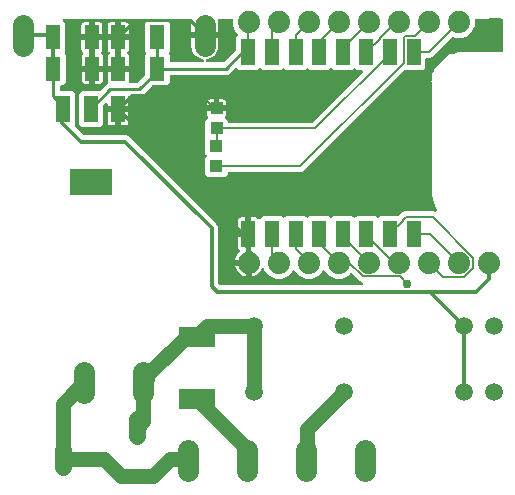
<source format=gbr>
G04 EAGLE Gerber RS-274X export*
G75*
%MOMM*%
%FSLAX34Y34*%
%LPD*%
%INTop Copper*%
%IPPOS*%
%AMOC8*
5,1,8,0,0,1.08239X$1,22.5*%
G01*
%ADD10C,1.508000*%
%ADD11R,1.270000X2.032000*%
%ADD12R,1.200000X2.286000*%
%ADD13C,1.879600*%
%ADD14R,1.219200X2.235200*%
%ADD15R,3.600000X2.200000*%
%ADD16C,1.790700*%
%ADD17C,1.800000*%
%ADD18R,3.150000X1.780000*%
%ADD19C,1.422400*%
%ADD20R,1.100000X1.000000*%
%ADD21C,0.152400*%
%ADD22C,0.304800*%
%ADD23C,0.254000*%
%ADD24C,0.756400*%
%ADD25C,1.270000*%

G36*
X316970Y227352D02*
X316970Y227352D01*
X317040Y227351D01*
X317128Y227372D01*
X317217Y227383D01*
X317282Y227409D01*
X317349Y227425D01*
X317429Y227467D01*
X317512Y227500D01*
X317569Y227541D01*
X317631Y227574D01*
X317697Y227635D01*
X317770Y227687D01*
X317814Y227741D01*
X317866Y227788D01*
X317915Y227863D01*
X317972Y227932D01*
X318002Y227995D01*
X318041Y228054D01*
X318070Y228139D01*
X318108Y228220D01*
X318121Y228288D01*
X318144Y228355D01*
X318151Y228444D01*
X318168Y228532D01*
X318163Y228602D01*
X318169Y228672D01*
X318154Y228760D01*
X318148Y228850D01*
X318127Y228916D01*
X318115Y228985D01*
X318078Y229067D01*
X318050Y229152D01*
X318013Y229211D01*
X317984Y229275D01*
X317928Y229345D01*
X317880Y229421D01*
X317829Y229469D01*
X317785Y229523D01*
X317714Y229577D01*
X317648Y229639D01*
X317587Y229673D01*
X317531Y229715D01*
X317387Y229785D01*
X315483Y230574D01*
X313947Y232110D01*
X309099Y236958D01*
X309005Y237031D01*
X308916Y237110D01*
X308880Y237128D01*
X308848Y237153D01*
X308739Y237200D01*
X308633Y237254D01*
X308593Y237263D01*
X308556Y237279D01*
X308438Y237298D01*
X308322Y237324D01*
X308282Y237323D01*
X308242Y237329D01*
X308123Y237318D01*
X308005Y237314D01*
X307966Y237303D01*
X307925Y237299D01*
X307813Y237259D01*
X307699Y237226D01*
X307664Y237205D01*
X307626Y237192D01*
X307527Y237125D01*
X307425Y237064D01*
X307380Y237025D01*
X307363Y237013D01*
X307350Y236998D01*
X307304Y236958D01*
X305283Y234937D01*
X300335Y232887D01*
X294979Y232887D01*
X290031Y234937D01*
X286244Y238724D01*
X286130Y239000D01*
X286061Y239120D01*
X285996Y239243D01*
X285982Y239258D01*
X285972Y239276D01*
X285876Y239375D01*
X285782Y239479D01*
X285765Y239490D01*
X285751Y239504D01*
X285633Y239577D01*
X285516Y239653D01*
X285497Y239660D01*
X285480Y239671D01*
X285347Y239711D01*
X285215Y239757D01*
X285195Y239758D01*
X285176Y239764D01*
X285037Y239771D01*
X284898Y239782D01*
X284878Y239778D01*
X284858Y239779D01*
X284722Y239751D01*
X284585Y239727D01*
X284567Y239719D01*
X284547Y239715D01*
X284422Y239654D01*
X284295Y239597D01*
X284279Y239584D01*
X284261Y239575D01*
X284155Y239485D01*
X284047Y239398D01*
X284034Y239382D01*
X284019Y239369D01*
X283939Y239255D01*
X283855Y239144D01*
X283843Y239119D01*
X283836Y239109D01*
X283829Y239090D01*
X283784Y239000D01*
X283670Y238724D01*
X279883Y234937D01*
X274935Y232887D01*
X269579Y232887D01*
X264631Y234937D01*
X260844Y238724D01*
X260730Y239000D01*
X260661Y239120D01*
X260596Y239243D01*
X260582Y239258D01*
X260572Y239276D01*
X260476Y239376D01*
X260382Y239479D01*
X260365Y239490D01*
X260351Y239504D01*
X260232Y239577D01*
X260116Y239653D01*
X260097Y239660D01*
X260080Y239671D01*
X259947Y239712D01*
X259815Y239757D01*
X259795Y239758D01*
X259776Y239764D01*
X259637Y239771D01*
X259498Y239782D01*
X259478Y239778D01*
X259458Y239779D01*
X259322Y239751D01*
X259185Y239727D01*
X259167Y239719D01*
X259147Y239715D01*
X259022Y239654D01*
X258895Y239597D01*
X258879Y239584D01*
X258861Y239575D01*
X258755Y239485D01*
X258647Y239398D01*
X258634Y239382D01*
X258619Y239369D01*
X258539Y239256D01*
X258455Y239144D01*
X258443Y239119D01*
X258436Y239109D01*
X258429Y239090D01*
X258384Y239000D01*
X258270Y238724D01*
X254483Y234937D01*
X249535Y232887D01*
X244179Y232887D01*
X239231Y234937D01*
X235444Y238724D01*
X234492Y241023D01*
X234447Y241101D01*
X234412Y241183D01*
X234369Y241238D01*
X234334Y241299D01*
X234272Y241363D01*
X234217Y241434D01*
X234162Y241477D01*
X234113Y241528D01*
X234036Y241574D01*
X233966Y241629D01*
X233901Y241657D01*
X233842Y241694D01*
X233756Y241720D01*
X233674Y241756D01*
X233605Y241767D01*
X233538Y241787D01*
X233448Y241792D01*
X233360Y241806D01*
X233290Y241799D01*
X233220Y241803D01*
X233132Y241784D01*
X233043Y241776D01*
X232977Y241752D01*
X232909Y241738D01*
X232828Y241699D01*
X232744Y241669D01*
X232686Y241629D01*
X232623Y241599D01*
X232555Y241540D01*
X232481Y241490D01*
X232434Y241438D01*
X232381Y241392D01*
X232329Y241319D01*
X232270Y241252D01*
X232206Y241144D01*
X232198Y241132D01*
X232195Y241126D01*
X232188Y241113D01*
X231668Y240093D01*
X230563Y238572D01*
X229235Y237244D01*
X227714Y236139D01*
X226040Y235286D01*
X224253Y234705D01*
X223996Y234665D01*
X223996Y245080D01*
X223981Y245198D01*
X223974Y245317D01*
X223962Y245355D01*
X223956Y245395D01*
X223913Y245506D01*
X223876Y245619D01*
X223854Y245653D01*
X223839Y245691D01*
X223770Y245787D01*
X223706Y245888D01*
X223676Y245916D01*
X223653Y245948D01*
X223561Y246024D01*
X223474Y246106D01*
X223439Y246125D01*
X223408Y246151D01*
X223300Y246202D01*
X223196Y246259D01*
X223156Y246269D01*
X223120Y246287D01*
X223003Y246309D01*
X222888Y246339D01*
X222828Y246343D01*
X222808Y246346D01*
X222787Y246345D01*
X222727Y246349D01*
X221456Y246349D01*
X221456Y246351D01*
X222727Y246351D01*
X222845Y246366D01*
X222964Y246373D01*
X223002Y246386D01*
X223043Y246391D01*
X223153Y246434D01*
X223266Y246471D01*
X223301Y246493D01*
X223338Y246508D01*
X223435Y246578D01*
X223535Y246641D01*
X223563Y246671D01*
X223596Y246695D01*
X223672Y246786D01*
X223753Y246873D01*
X223773Y246908D01*
X223798Y246939D01*
X223849Y247047D01*
X223907Y247151D01*
X223917Y247191D01*
X223934Y247227D01*
X223956Y247344D01*
X223986Y247459D01*
X223990Y247520D01*
X223994Y247540D01*
X223992Y247560D01*
X223993Y247567D01*
X223994Y247571D01*
X223993Y247575D01*
X223996Y247620D01*
X223996Y255505D01*
X223981Y255624D01*
X223974Y255742D01*
X223962Y255781D01*
X223956Y255821D01*
X223913Y255932D01*
X223876Y256045D01*
X223854Y256079D01*
X223839Y256117D01*
X223770Y256213D01*
X223706Y256314D01*
X223676Y256341D01*
X223653Y256374D01*
X223619Y256402D01*
X223619Y269475D01*
X223604Y269594D01*
X223597Y269712D01*
X223584Y269751D01*
X223579Y269791D01*
X223536Y269902D01*
X223499Y270015D01*
X223477Y270049D01*
X223462Y270087D01*
X223393Y270183D01*
X223329Y270283D01*
X223299Y270311D01*
X223276Y270344D01*
X223184Y270420D01*
X223097Y270501D01*
X223062Y270521D01*
X223031Y270547D01*
X222923Y270597D01*
X222819Y270655D01*
X222779Y270665D01*
X222743Y270682D01*
X222626Y270705D01*
X222511Y270734D01*
X222451Y270738D01*
X222431Y270742D01*
X222410Y270741D01*
X222350Y270745D01*
X221079Y270745D01*
X221079Y270746D01*
X222350Y270746D01*
X222468Y270761D01*
X222587Y270769D01*
X222625Y270781D01*
X222666Y270786D01*
X222776Y270830D01*
X222889Y270867D01*
X222924Y270888D01*
X222961Y270903D01*
X223057Y270973D01*
X223158Y271037D01*
X223186Y271066D01*
X223219Y271090D01*
X223295Y271182D01*
X223376Y271268D01*
X223396Y271304D01*
X223421Y271335D01*
X223472Y271443D01*
X223530Y271547D01*
X223540Y271586D01*
X223557Y271623D01*
X223579Y271739D01*
X223609Y271855D01*
X223613Y271915D01*
X223617Y271935D01*
X223615Y271955D01*
X223619Y272016D01*
X223619Y284716D01*
X227415Y284716D01*
X228061Y284543D01*
X228640Y284209D01*
X229105Y283744D01*
X229199Y283671D01*
X229288Y283592D01*
X229324Y283574D01*
X229356Y283549D01*
X229466Y283501D01*
X229572Y283447D01*
X229611Y283438D01*
X229648Y283422D01*
X229766Y283404D01*
X229882Y283378D01*
X229922Y283379D01*
X229962Y283373D01*
X230081Y283384D01*
X230200Y283387D01*
X230239Y283399D01*
X230279Y283402D01*
X230391Y283443D01*
X230505Y283476D01*
X230540Y283496D01*
X230578Y283510D01*
X230677Y283577D01*
X230779Y283637D01*
X230824Y283677D01*
X230841Y283689D01*
X230855Y283704D01*
X230900Y283744D01*
X233396Y286240D01*
X248764Y286240D01*
X250183Y284821D01*
X250265Y284758D01*
X250323Y284703D01*
X250337Y284695D01*
X250366Y284670D01*
X250402Y284651D01*
X250434Y284626D01*
X250543Y284579D01*
X250649Y284525D01*
X250689Y284516D01*
X250726Y284500D01*
X250844Y284481D01*
X250959Y284455D01*
X251000Y284457D01*
X251040Y284450D01*
X251158Y284461D01*
X251277Y284465D01*
X251316Y284476D01*
X251356Y284480D01*
X251469Y284520D01*
X251583Y284553D01*
X251618Y284574D01*
X251656Y284588D01*
X251694Y284614D01*
X251702Y284617D01*
X251744Y284648D01*
X251754Y284655D01*
X251857Y284715D01*
X251902Y284755D01*
X251919Y284766D01*
X251932Y284781D01*
X251950Y284797D01*
X251959Y284804D01*
X251963Y284808D01*
X251978Y284821D01*
X253396Y286240D01*
X268764Y286240D01*
X270183Y284821D01*
X270265Y284758D01*
X270323Y284703D01*
X270337Y284695D01*
X270366Y284670D01*
X270402Y284651D01*
X270434Y284626D01*
X270543Y284579D01*
X270649Y284525D01*
X270689Y284516D01*
X270726Y284500D01*
X270844Y284481D01*
X270959Y284455D01*
X271000Y284457D01*
X271040Y284450D01*
X271158Y284461D01*
X271277Y284465D01*
X271316Y284476D01*
X271356Y284480D01*
X271469Y284520D01*
X271583Y284553D01*
X271618Y284574D01*
X271656Y284588D01*
X271694Y284614D01*
X271702Y284617D01*
X271744Y284648D01*
X271754Y284655D01*
X271857Y284715D01*
X271902Y284755D01*
X271919Y284766D01*
X271932Y284781D01*
X271950Y284797D01*
X271959Y284804D01*
X271963Y284808D01*
X271978Y284821D01*
X273396Y286240D01*
X288764Y286240D01*
X290183Y284821D01*
X290265Y284758D01*
X290323Y284703D01*
X290337Y284695D01*
X290366Y284670D01*
X290402Y284651D01*
X290434Y284626D01*
X290543Y284579D01*
X290649Y284525D01*
X290689Y284516D01*
X290726Y284500D01*
X290844Y284481D01*
X290959Y284455D01*
X291000Y284457D01*
X291040Y284450D01*
X291158Y284461D01*
X291277Y284465D01*
X291316Y284476D01*
X291356Y284480D01*
X291469Y284520D01*
X291583Y284553D01*
X291618Y284574D01*
X291656Y284588D01*
X291694Y284614D01*
X291702Y284617D01*
X291744Y284648D01*
X291754Y284655D01*
X291857Y284715D01*
X291902Y284755D01*
X291919Y284766D01*
X291932Y284781D01*
X291950Y284797D01*
X291959Y284804D01*
X291963Y284808D01*
X291978Y284821D01*
X293396Y286240D01*
X308764Y286240D01*
X310183Y284821D01*
X310265Y284758D01*
X310323Y284703D01*
X310337Y284695D01*
X310366Y284670D01*
X310402Y284651D01*
X310434Y284626D01*
X310543Y284579D01*
X310649Y284525D01*
X310689Y284516D01*
X310726Y284500D01*
X310843Y284481D01*
X310959Y284455D01*
X311000Y284457D01*
X311040Y284450D01*
X311158Y284461D01*
X311277Y284465D01*
X311316Y284476D01*
X311356Y284480D01*
X311469Y284520D01*
X311583Y284553D01*
X311618Y284574D01*
X311656Y284588D01*
X311694Y284614D01*
X311702Y284617D01*
X311744Y284648D01*
X311754Y284654D01*
X311857Y284715D01*
X311902Y284755D01*
X311919Y284766D01*
X311932Y284781D01*
X311950Y284797D01*
X311959Y284804D01*
X311963Y284808D01*
X311978Y284821D01*
X313396Y286240D01*
X328764Y286240D01*
X330183Y284821D01*
X330265Y284758D01*
X330323Y284703D01*
X330337Y284695D01*
X330366Y284670D01*
X330402Y284651D01*
X330434Y284626D01*
X330543Y284579D01*
X330649Y284525D01*
X330689Y284516D01*
X330726Y284500D01*
X330844Y284481D01*
X330959Y284455D01*
X331000Y284457D01*
X331040Y284450D01*
X331158Y284461D01*
X331277Y284465D01*
X331316Y284476D01*
X331356Y284480D01*
X331469Y284520D01*
X331583Y284553D01*
X331618Y284574D01*
X331656Y284588D01*
X331694Y284614D01*
X331702Y284617D01*
X331744Y284648D01*
X331754Y284655D01*
X331857Y284715D01*
X331902Y284755D01*
X331919Y284766D01*
X331932Y284781D01*
X331950Y284797D01*
X331959Y284804D01*
X331963Y284808D01*
X331978Y284821D01*
X333396Y286240D01*
X348230Y286240D01*
X348329Y286253D01*
X348428Y286256D01*
X348486Y286272D01*
X348546Y286280D01*
X348638Y286316D01*
X348733Y286344D01*
X348785Y286375D01*
X348842Y286397D01*
X348922Y286455D01*
X349007Y286506D01*
X349082Y286572D01*
X349099Y286584D01*
X349107Y286593D01*
X349128Y286612D01*
X351596Y289080D01*
X353370Y289815D01*
X378150Y289815D01*
X379031Y289450D01*
X379092Y289433D01*
X379149Y289408D01*
X379245Y289391D01*
X379338Y289366D01*
X379401Y289365D01*
X379463Y289354D01*
X379559Y289362D01*
X379655Y289361D01*
X379717Y289376D01*
X379780Y289381D01*
X379871Y289413D01*
X379965Y289435D01*
X380020Y289465D01*
X380080Y289485D01*
X380161Y289539D01*
X380246Y289584D01*
X380292Y289626D01*
X380345Y289661D01*
X380410Y289733D01*
X380481Y289798D01*
X380516Y289850D01*
X380558Y289897D01*
X380603Y289983D01*
X380656Y290063D01*
X380676Y290123D01*
X380706Y290179D01*
X380728Y290273D01*
X380759Y290364D01*
X380764Y290427D01*
X380779Y290489D01*
X380777Y290585D01*
X380784Y290681D01*
X380774Y290744D01*
X380772Y290807D01*
X380747Y290899D01*
X380730Y290995D01*
X380704Y291052D01*
X380687Y291113D01*
X380616Y291257D01*
X378976Y294098D01*
X376493Y303364D01*
X376493Y308145D01*
X376492Y308146D01*
X376493Y308148D01*
X376241Y399012D01*
X376228Y399114D01*
X376224Y399216D01*
X376203Y399306D01*
X376200Y399327D01*
X376195Y399340D01*
X376187Y399373D01*
X376078Y399737D01*
X376228Y401212D01*
X376227Y401230D01*
X376234Y401344D01*
X376230Y402826D01*
X376374Y403177D01*
X376401Y403276D01*
X376437Y403373D01*
X376452Y403463D01*
X376458Y403484D01*
X376458Y403498D01*
X376463Y403531D01*
X376641Y405280D01*
X377808Y407448D01*
X377834Y407517D01*
X377870Y407582D01*
X377891Y407665D01*
X377922Y407745D01*
X377931Y407818D01*
X377949Y407889D01*
X377960Y408050D01*
X377960Y410321D01*
X391013Y423375D01*
X396086Y423375D01*
X396184Y423387D01*
X396283Y423390D01*
X396342Y423407D01*
X396402Y423415D01*
X396494Y423451D01*
X396589Y423479D01*
X396641Y423509D01*
X396697Y423532D01*
X396778Y423590D01*
X396863Y423640D01*
X396938Y423707D01*
X396955Y423719D01*
X396963Y423728D01*
X396984Y423747D01*
X397634Y424397D01*
X435204Y424397D01*
X435322Y424412D01*
X435441Y424419D01*
X435479Y424432D01*
X435519Y424437D01*
X435630Y424481D01*
X435743Y424517D01*
X435777Y424539D01*
X435815Y424554D01*
X435911Y424624D01*
X436012Y424687D01*
X436040Y424717D01*
X436072Y424741D01*
X436148Y424832D01*
X436230Y424919D01*
X436249Y424954D01*
X436275Y424986D01*
X436326Y425093D01*
X436383Y425198D01*
X436394Y425237D01*
X436411Y425273D01*
X436433Y425390D01*
X436463Y425505D01*
X436467Y425566D01*
X436471Y425586D01*
X436469Y425606D01*
X436473Y425666D01*
X436473Y451830D01*
X436458Y451948D01*
X436451Y452068D01*
X436438Y452106D01*
X436433Y452145D01*
X436389Y452256D01*
X436352Y452370D01*
X436331Y452404D01*
X436316Y452441D01*
X436246Y452538D01*
X436182Y452639D01*
X436153Y452666D01*
X436129Y452698D01*
X436037Y452775D01*
X435950Y452857D01*
X435915Y452876D01*
X435884Y452901D01*
X435776Y452952D01*
X435671Y453010D01*
X435633Y453020D01*
X435597Y453037D01*
X435479Y453059D01*
X435363Y453089D01*
X435304Y453093D01*
X435284Y453096D01*
X435264Y453095D01*
X435203Y453099D01*
X413988Y453080D01*
X413870Y453065D01*
X413752Y453058D01*
X413713Y453045D01*
X413672Y453040D01*
X413562Y452996D01*
X413450Y452960D01*
X413415Y452938D01*
X413377Y452923D01*
X413281Y452853D01*
X413181Y452789D01*
X413153Y452760D01*
X413120Y452735D01*
X413044Y452644D01*
X412963Y452558D01*
X412943Y452522D01*
X412917Y452490D01*
X412867Y452383D01*
X412810Y452279D01*
X412799Y452240D01*
X412782Y452202D01*
X412760Y452086D01*
X412730Y451971D01*
X412726Y451910D01*
X412722Y451890D01*
X412724Y451870D01*
X412720Y451811D01*
X412720Y447033D01*
X410670Y442085D01*
X406883Y438298D01*
X401935Y436248D01*
X396579Y436248D01*
X394563Y437083D01*
X394535Y437091D01*
X394509Y437105D01*
X394382Y437133D01*
X394257Y437167D01*
X394227Y437168D01*
X394198Y437174D01*
X394069Y437170D01*
X393939Y437172D01*
X393910Y437166D01*
X393880Y437165D01*
X393756Y437129D01*
X393629Y437098D01*
X393603Y437084D01*
X393575Y437076D01*
X393463Y437010D01*
X393348Y436950D01*
X393326Y436930D01*
X393301Y436915D01*
X393180Y436808D01*
X376865Y420494D01*
X375092Y419759D01*
X372414Y419759D01*
X372296Y419744D01*
X372177Y419736D01*
X372139Y419724D01*
X372099Y419719D01*
X371988Y419675D01*
X371875Y419638D01*
X371840Y419617D01*
X371803Y419602D01*
X371707Y419532D01*
X371606Y419468D01*
X371578Y419439D01*
X371546Y419415D01*
X371470Y419323D01*
X371388Y419237D01*
X371369Y419201D01*
X371343Y419170D01*
X371292Y419062D01*
X371235Y418958D01*
X371224Y418919D01*
X371207Y418882D01*
X371185Y418766D01*
X371155Y418650D01*
X371151Y418590D01*
X371147Y418570D01*
X371149Y418550D01*
X371145Y418489D01*
X371145Y411472D01*
X368764Y409091D01*
X353600Y409091D01*
X353502Y409078D01*
X353403Y409075D01*
X353345Y409058D01*
X353284Y409051D01*
X353192Y409014D01*
X353097Y408987D01*
X353045Y408956D01*
X352989Y408934D01*
X352909Y408876D01*
X352823Y408825D01*
X352748Y408759D01*
X352731Y408747D01*
X352724Y408738D01*
X352702Y408719D01*
X269517Y325534D01*
X267981Y323998D01*
X266207Y323263D01*
X204965Y323263D01*
X204847Y323248D01*
X204728Y323240D01*
X204690Y323228D01*
X204650Y323223D01*
X204539Y323179D01*
X204426Y323142D01*
X204392Y323121D01*
X204354Y323106D01*
X204258Y323036D01*
X204157Y322972D01*
X204130Y322943D01*
X204097Y322919D01*
X204021Y322827D01*
X203939Y322741D01*
X203920Y322705D01*
X203894Y322674D01*
X203843Y322566D01*
X203786Y322462D01*
X203776Y322423D01*
X203758Y322386D01*
X203736Y322270D01*
X203706Y322154D01*
X203703Y322094D01*
X203699Y322074D01*
X203700Y322054D01*
X203696Y321994D01*
X203696Y321406D01*
X201315Y319025D01*
X186948Y319025D01*
X184567Y321406D01*
X184567Y334773D01*
X185486Y335692D01*
X185559Y335786D01*
X185637Y335875D01*
X185656Y335911D01*
X185680Y335943D01*
X185728Y336053D01*
X185782Y336159D01*
X185791Y336198D01*
X185807Y336235D01*
X185825Y336353D01*
X185852Y336469D01*
X185850Y336509D01*
X185857Y336549D01*
X185845Y336668D01*
X185842Y336787D01*
X185831Y336826D01*
X185827Y336866D01*
X185787Y336978D01*
X185753Y337092D01*
X185733Y337127D01*
X185719Y337165D01*
X185652Y337264D01*
X185592Y337366D01*
X185552Y337411D01*
X185541Y337428D01*
X185525Y337442D01*
X185486Y337487D01*
X184567Y338406D01*
X184567Y351797D01*
X184629Y351867D01*
X184647Y351903D01*
X184672Y351934D01*
X184719Y352044D01*
X184773Y352150D01*
X184782Y352189D01*
X184798Y352226D01*
X184817Y352344D01*
X184843Y352460D01*
X184842Y352501D01*
X184848Y352540D01*
X184837Y352659D01*
X184833Y352778D01*
X184822Y352817D01*
X184818Y352857D01*
X184778Y352969D01*
X184745Y353083D01*
X184724Y353118D01*
X184711Y353156D01*
X184647Y353250D01*
X184647Y366675D01*
X186644Y368672D01*
X186717Y368766D01*
X186796Y368855D01*
X186814Y368891D01*
X186839Y368923D01*
X186886Y369032D01*
X186940Y369138D01*
X186949Y369178D01*
X186965Y369215D01*
X186984Y369333D01*
X187010Y369449D01*
X187008Y369489D01*
X187015Y369529D01*
X187004Y369648D01*
X187000Y369767D01*
X186989Y369805D01*
X186985Y369846D01*
X186945Y369958D01*
X186911Y370072D01*
X186891Y370107D01*
X186877Y370145D01*
X186810Y370243D01*
X186750Y370346D01*
X186710Y370391D01*
X186699Y370408D01*
X186686Y370419D01*
X186344Y371011D01*
X186171Y371657D01*
X186171Y374492D01*
X192982Y374492D01*
X193100Y374507D01*
X193219Y374515D01*
X193257Y374527D01*
X193297Y374532D01*
X193408Y374576D01*
X193521Y374613D01*
X193555Y374634D01*
X193593Y374649D01*
X193689Y374719D01*
X193790Y374783D01*
X193818Y374812D01*
X193850Y374836D01*
X193926Y374928D01*
X194008Y375014D01*
X194027Y375050D01*
X194053Y375081D01*
X194104Y375189D01*
X194161Y375293D01*
X194171Y375332D01*
X194189Y375369D01*
X194209Y375475D01*
X194213Y375446D01*
X194257Y375335D01*
X194293Y375222D01*
X194315Y375188D01*
X194330Y375150D01*
X194400Y375054D01*
X194463Y374953D01*
X194493Y374926D01*
X194517Y374893D01*
X194608Y374817D01*
X194695Y374735D01*
X194730Y374716D01*
X194762Y374690D01*
X194869Y374639D01*
X194973Y374582D01*
X195013Y374572D01*
X195049Y374555D01*
X195166Y374532D01*
X195281Y374502D01*
X195342Y374499D01*
X195362Y374495D01*
X195382Y374496D01*
X195442Y374492D01*
X202253Y374492D01*
X202253Y371657D01*
X202079Y371011D01*
X201722Y370392D01*
X201707Y370373D01*
X201628Y370283D01*
X201610Y370248D01*
X201585Y370216D01*
X201538Y370106D01*
X201484Y370000D01*
X201475Y369961D01*
X201459Y369924D01*
X201440Y369806D01*
X201414Y369690D01*
X201415Y369650D01*
X201409Y369610D01*
X201420Y369491D01*
X201424Y369372D01*
X201435Y369333D01*
X201439Y369293D01*
X201479Y369181D01*
X201512Y369066D01*
X201533Y369032D01*
X201546Y368994D01*
X201613Y368895D01*
X201674Y368793D01*
X201713Y368748D01*
X201725Y368731D01*
X201740Y368717D01*
X201780Y368672D01*
X203777Y366675D01*
X203777Y366088D01*
X203792Y365969D01*
X203799Y365851D01*
X203811Y365812D01*
X203816Y365772D01*
X203860Y365661D01*
X203897Y365548D01*
X203919Y365514D01*
X203933Y365476D01*
X204003Y365380D01*
X204067Y365279D01*
X204097Y365252D01*
X204120Y365219D01*
X204212Y365143D01*
X204299Y365061D01*
X204334Y365042D01*
X204365Y365016D01*
X204473Y364965D01*
X204577Y364908D01*
X204616Y364898D01*
X204653Y364881D01*
X204770Y364858D01*
X204885Y364829D01*
X204945Y364825D01*
X204965Y364821D01*
X204986Y364822D01*
X205046Y364818D01*
X275279Y364818D01*
X275377Y364831D01*
X275476Y364834D01*
X275535Y364851D01*
X275595Y364858D01*
X275687Y364895D01*
X275782Y364922D01*
X275834Y364953D01*
X275890Y364975D01*
X275970Y365033D01*
X276056Y365084D01*
X276131Y365150D01*
X276148Y365162D01*
X276156Y365171D01*
X276177Y365190D01*
X317911Y406924D01*
X317996Y407034D01*
X318085Y407141D01*
X318093Y407159D01*
X318106Y407175D01*
X318161Y407303D01*
X318220Y407429D01*
X318224Y407448D01*
X318232Y407467D01*
X318254Y407605D01*
X318280Y407741D01*
X318279Y407761D01*
X318282Y407781D01*
X318269Y407920D01*
X318260Y408058D01*
X318254Y408078D01*
X318252Y408098D01*
X318205Y408229D01*
X318162Y408361D01*
X318151Y408378D01*
X318144Y408397D01*
X318066Y408512D01*
X317992Y408630D01*
X317977Y408643D01*
X317966Y408660D01*
X317862Y408752D01*
X317760Y408848D01*
X317743Y408857D01*
X317727Y408871D01*
X317604Y408934D01*
X317482Y409001D01*
X317462Y409006D01*
X317444Y409015D01*
X317308Y409046D01*
X317174Y409080D01*
X317146Y409082D01*
X317134Y409085D01*
X317113Y409084D01*
X317013Y409091D01*
X313396Y409091D01*
X311978Y410510D01*
X311883Y410583D01*
X311794Y410661D01*
X311758Y410680D01*
X311726Y410704D01*
X311617Y410752D01*
X311511Y410806D01*
X311472Y410815D01*
X311434Y410831D01*
X311317Y410850D01*
X311201Y410876D01*
X311160Y410874D01*
X311120Y410881D01*
X311002Y410870D01*
X310883Y410866D01*
X310844Y410855D01*
X310804Y410851D01*
X310692Y410811D01*
X310577Y410777D01*
X310543Y410757D01*
X310504Y410743D01*
X310406Y410676D01*
X310303Y410616D01*
X310258Y410576D01*
X310241Y410565D01*
X310228Y410549D01*
X310183Y410510D01*
X308764Y409091D01*
X293396Y409091D01*
X291978Y410510D01*
X291883Y410583D01*
X291794Y410661D01*
X291758Y410680D01*
X291726Y410704D01*
X291617Y410752D01*
X291511Y410806D01*
X291472Y410815D01*
X291434Y410831D01*
X291317Y410850D01*
X291201Y410876D01*
X291160Y410874D01*
X291120Y410881D01*
X291002Y410870D01*
X290883Y410866D01*
X290844Y410855D01*
X290804Y410851D01*
X290692Y410811D01*
X290577Y410777D01*
X290543Y410757D01*
X290504Y410743D01*
X290406Y410676D01*
X290303Y410616D01*
X290258Y410576D01*
X290241Y410565D01*
X290228Y410549D01*
X290183Y410510D01*
X288764Y409091D01*
X273396Y409091D01*
X271978Y410510D01*
X271883Y410583D01*
X271794Y410661D01*
X271758Y410680D01*
X271726Y410704D01*
X271617Y410752D01*
X271511Y410806D01*
X271472Y410815D01*
X271434Y410831D01*
X271317Y410850D01*
X271201Y410876D01*
X271160Y410874D01*
X271120Y410881D01*
X271002Y410870D01*
X270883Y410866D01*
X270844Y410855D01*
X270804Y410851D01*
X270692Y410811D01*
X270577Y410777D01*
X270543Y410757D01*
X270504Y410743D01*
X270406Y410676D01*
X270303Y410616D01*
X270258Y410576D01*
X270241Y410565D01*
X270228Y410549D01*
X270183Y410510D01*
X268764Y409091D01*
X253396Y409091D01*
X251978Y410510D01*
X251883Y410583D01*
X251794Y410661D01*
X251758Y410680D01*
X251726Y410704D01*
X251617Y410752D01*
X251511Y410806D01*
X251472Y410815D01*
X251434Y410831D01*
X251317Y410850D01*
X251201Y410876D01*
X251160Y410874D01*
X251120Y410881D01*
X251002Y410870D01*
X250883Y410866D01*
X250844Y410855D01*
X250804Y410851D01*
X250692Y410811D01*
X250577Y410777D01*
X250543Y410757D01*
X250504Y410743D01*
X250406Y410676D01*
X250303Y410616D01*
X250258Y410576D01*
X250241Y410565D01*
X250228Y410549D01*
X250183Y410510D01*
X248764Y409091D01*
X233396Y409091D01*
X231978Y410510D01*
X231883Y410583D01*
X231794Y410661D01*
X231758Y410680D01*
X231726Y410704D01*
X231617Y410752D01*
X231511Y410806D01*
X231472Y410815D01*
X231434Y410831D01*
X231317Y410850D01*
X231201Y410876D01*
X231160Y410874D01*
X231120Y410881D01*
X231002Y410870D01*
X230883Y410866D01*
X230844Y410855D01*
X230804Y410851D01*
X230692Y410811D01*
X230577Y410777D01*
X230543Y410757D01*
X230504Y410743D01*
X230406Y410676D01*
X230303Y410616D01*
X230258Y410576D01*
X230241Y410565D01*
X230228Y410549D01*
X230183Y410510D01*
X228764Y409091D01*
X213396Y409091D01*
X211685Y410803D01*
X211591Y410876D01*
X211501Y410954D01*
X211465Y410973D01*
X211433Y410998D01*
X211324Y411045D01*
X211218Y411099D01*
X211179Y411108D01*
X211141Y411124D01*
X211024Y411143D01*
X210908Y411169D01*
X210867Y411167D01*
X210827Y411174D01*
X210709Y411163D01*
X210590Y411159D01*
X210551Y411148D01*
X210511Y411144D01*
X210399Y411104D01*
X210284Y411071D01*
X210250Y411050D01*
X210211Y411036D01*
X210113Y410969D01*
X210010Y410909D01*
X209965Y410869D01*
X209948Y410858D01*
X209935Y410842D01*
X209890Y410803D01*
X205306Y406219D01*
X203346Y405407D01*
X155822Y405407D01*
X155704Y405392D01*
X155585Y405385D01*
X155546Y405372D01*
X155506Y405367D01*
X155395Y405324D01*
X155282Y405287D01*
X155248Y405265D01*
X155211Y405250D01*
X155114Y405180D01*
X155014Y405117D01*
X154986Y405087D01*
X154953Y405063D01*
X154877Y404972D01*
X154796Y404885D01*
X154776Y404850D01*
X154750Y404819D01*
X154700Y404711D01*
X154642Y404607D01*
X154632Y404567D01*
X154615Y404531D01*
X154593Y404414D01*
X154563Y404299D01*
X154559Y404238D01*
X154555Y404218D01*
X154556Y404198D01*
X154553Y404138D01*
X154553Y398898D01*
X152171Y396517D01*
X140113Y396517D01*
X140014Y396505D01*
X139915Y396502D01*
X139857Y396485D01*
X139797Y396477D01*
X139705Y396441D01*
X139610Y396413D01*
X139558Y396383D01*
X139501Y396360D01*
X139421Y396302D01*
X139336Y396252D01*
X139261Y396185D01*
X139244Y396173D01*
X139236Y396164D01*
X139215Y396145D01*
X131726Y388657D01*
X129766Y387845D01*
X120696Y387845D01*
X120578Y387830D01*
X120460Y387822D01*
X120421Y387810D01*
X120381Y387805D01*
X120270Y387761D01*
X120157Y387724D01*
X120123Y387703D01*
X120085Y387688D01*
X119989Y387618D01*
X119888Y387554D01*
X119861Y387525D01*
X119828Y387501D01*
X119752Y387409D01*
X119670Y387322D01*
X119651Y387287D01*
X119625Y387256D01*
X119574Y387148D01*
X119517Y387044D01*
X119507Y387005D01*
X119490Y386968D01*
X119467Y386851D01*
X119437Y386736D01*
X119434Y386676D01*
X119430Y386656D01*
X119431Y386635D01*
X119427Y386575D01*
X119427Y379028D01*
X112061Y379028D01*
X111942Y379013D01*
X111824Y379006D01*
X111785Y378993D01*
X111745Y378988D01*
X111634Y378944D01*
X111521Y378908D01*
X111487Y378886D01*
X111449Y378871D01*
X111353Y378801D01*
X111252Y378737D01*
X111225Y378708D01*
X111192Y378684D01*
X111116Y378592D01*
X111035Y378506D01*
X111015Y378470D01*
X110989Y378439D01*
X110939Y378332D01*
X110881Y378227D01*
X110871Y378188D01*
X110854Y378151D01*
X110831Y378035D01*
X110802Y377919D01*
X110798Y377859D01*
X110794Y377839D01*
X110795Y377819D01*
X110791Y377759D01*
X110791Y376488D01*
X110790Y376488D01*
X110790Y377759D01*
X110775Y377877D01*
X110767Y377996D01*
X110755Y378034D01*
X110750Y378074D01*
X110706Y378185D01*
X110669Y378298D01*
X110648Y378332D01*
X110633Y378370D01*
X110563Y378466D01*
X110499Y378567D01*
X110470Y378594D01*
X110446Y378627D01*
X110354Y378703D01*
X110268Y378785D01*
X110232Y378804D01*
X110201Y378830D01*
X110093Y378881D01*
X109989Y378938D01*
X109950Y378948D01*
X109913Y378966D01*
X109796Y378988D01*
X109681Y379018D01*
X109621Y379021D01*
X109601Y379025D01*
X109581Y379024D01*
X109520Y379028D01*
X102154Y379028D01*
X102154Y380357D01*
X102136Y380495D01*
X102123Y380634D01*
X102116Y380653D01*
X102114Y380673D01*
X102063Y380802D01*
X102016Y380933D01*
X102004Y380950D01*
X101997Y380969D01*
X101915Y381081D01*
X101837Y381196D01*
X101822Y381209D01*
X101810Y381226D01*
X101703Y381315D01*
X101599Y381407D01*
X101581Y381416D01*
X101565Y381429D01*
X101439Y381488D01*
X101315Y381551D01*
X101296Y381556D01*
X101277Y381564D01*
X101141Y381590D01*
X101005Y381621D01*
X100985Y381620D01*
X100965Y381624D01*
X100827Y381615D01*
X100687Y381611D01*
X100668Y381605D01*
X100648Y381604D01*
X100515Y381561D01*
X100382Y381523D01*
X100364Y381512D01*
X100345Y381506D01*
X100228Y381432D01*
X100108Y381361D01*
X100087Y381343D01*
X100076Y381336D01*
X100063Y381321D01*
X99987Y381255D01*
X98209Y379477D01*
X98148Y379398D01*
X98080Y379326D01*
X98051Y379273D01*
X98014Y379225D01*
X97975Y379135D01*
X97927Y379048D01*
X97912Y378989D01*
X97888Y378934D01*
X97872Y378836D01*
X97847Y378740D01*
X97841Y378640D01*
X97838Y378620D01*
X97839Y378607D01*
X97837Y378579D01*
X97837Y363629D01*
X95456Y361248D01*
X79897Y361248D01*
X77516Y363629D01*
X77516Y389348D01*
X79897Y391729D01*
X94847Y391729D01*
X94945Y391742D01*
X95044Y391745D01*
X95102Y391762D01*
X95163Y391769D01*
X95255Y391806D01*
X95350Y391833D01*
X95402Y391864D01*
X95458Y391886D01*
X95538Y391944D01*
X95624Y391995D01*
X95699Y392061D01*
X95716Y392073D01*
X95723Y392083D01*
X95745Y392101D01*
X101345Y397702D01*
X101744Y397867D01*
X101782Y397889D01*
X101823Y397903D01*
X101920Y397967D01*
X102021Y398025D01*
X102052Y398055D01*
X102088Y398079D01*
X102166Y398165D01*
X102249Y398246D01*
X102272Y398283D01*
X102301Y398315D01*
X102355Y398418D01*
X102415Y398517D01*
X102428Y398558D01*
X102448Y398597D01*
X102475Y398710D01*
X102509Y398821D01*
X102511Y398864D01*
X102521Y398906D01*
X102519Y399023D01*
X102524Y399139D01*
X102515Y399181D01*
X102515Y399224D01*
X102483Y399336D01*
X102460Y399450D01*
X102441Y399489D01*
X102429Y399530D01*
X102407Y399575D01*
X102227Y400247D01*
X102227Y408203D01*
X109848Y408203D01*
X109966Y408218D01*
X110085Y408225D01*
X110123Y408238D01*
X110163Y408243D01*
X110274Y408286D01*
X110387Y408323D01*
X110421Y408345D01*
X110459Y408360D01*
X110555Y408429D01*
X110656Y408493D01*
X110684Y408523D01*
X110716Y408546D01*
X110792Y408638D01*
X110874Y408725D01*
X110893Y408760D01*
X110919Y408791D01*
X110970Y408899D01*
X111027Y409003D01*
X111037Y409043D01*
X111055Y409079D01*
X111077Y409196D01*
X111107Y409311D01*
X111111Y409371D01*
X111114Y409391D01*
X111113Y409412D01*
X111117Y409472D01*
X111117Y410743D01*
X111119Y410743D01*
X111119Y409472D01*
X111134Y409354D01*
X111141Y409235D01*
X111153Y409197D01*
X111158Y409156D01*
X111202Y409046D01*
X111239Y408933D01*
X111261Y408898D01*
X111276Y408861D01*
X111345Y408765D01*
X111409Y408664D01*
X111439Y408636D01*
X111462Y408603D01*
X111554Y408527D01*
X111641Y408446D01*
X111676Y408426D01*
X111707Y408401D01*
X111815Y408350D01*
X111919Y408292D01*
X111958Y408282D01*
X111995Y408265D01*
X112112Y408243D01*
X112227Y408213D01*
X112287Y408209D01*
X112307Y408205D01*
X112328Y408207D01*
X112388Y408203D01*
X120009Y408203D01*
X120009Y400247D01*
X119972Y400112D01*
X119955Y399987D01*
X119931Y399864D01*
X119934Y399830D01*
X119929Y399797D01*
X119943Y399672D01*
X119951Y399546D01*
X119962Y399514D01*
X119965Y399481D01*
X120011Y399363D01*
X120049Y399244D01*
X120067Y399215D01*
X120079Y399184D01*
X120152Y399081D01*
X120219Y398975D01*
X120244Y398952D01*
X120263Y398925D01*
X120359Y398843D01*
X120451Y398757D01*
X120480Y398741D01*
X120506Y398719D01*
X120619Y398664D01*
X120730Y398604D01*
X120762Y398595D01*
X120792Y398581D01*
X120916Y398556D01*
X121037Y398524D01*
X121086Y398521D01*
X121104Y398518D01*
X121126Y398519D01*
X121198Y398514D01*
X125969Y398514D01*
X126067Y398526D01*
X126166Y398529D01*
X126225Y398546D01*
X126285Y398554D01*
X126377Y398590D01*
X126472Y398618D01*
X126524Y398649D01*
X126580Y398671D01*
X126660Y398729D01*
X126746Y398779D01*
X126821Y398846D01*
X126838Y398858D01*
X126845Y398867D01*
X126867Y398886D01*
X133351Y405370D01*
X133412Y405449D01*
X133480Y405521D01*
X133509Y405574D01*
X133546Y405622D01*
X133586Y405713D01*
X133633Y405799D01*
X133648Y405858D01*
X133673Y405914D01*
X133688Y406012D01*
X133713Y406107D01*
X133719Y406207D01*
X133722Y406228D01*
X133721Y406240D01*
X133723Y406268D01*
X133723Y422586D01*
X134191Y423054D01*
X134264Y423148D01*
X134343Y423237D01*
X134361Y423273D01*
X134386Y423305D01*
X134433Y423414D01*
X134488Y423520D01*
X134496Y423560D01*
X134512Y423597D01*
X134531Y423715D01*
X134557Y423831D01*
X134556Y423871D01*
X134562Y423911D01*
X134551Y424030D01*
X134548Y424148D01*
X134536Y424187D01*
X134532Y424228D01*
X134492Y424340D01*
X134459Y424454D01*
X134439Y424489D01*
X134425Y424527D01*
X134358Y424625D01*
X134298Y424728D01*
X134258Y424773D01*
X134246Y424790D01*
X134231Y424803D01*
X134191Y424849D01*
X133723Y425317D01*
X133723Y449004D01*
X135381Y450662D01*
X135466Y450772D01*
X135555Y450880D01*
X135563Y450897D01*
X135575Y450913D01*
X135631Y451041D01*
X135690Y451167D01*
X135694Y451187D01*
X135702Y451205D01*
X135724Y451343D01*
X135750Y451480D01*
X135749Y451499D01*
X135752Y451519D01*
X135739Y451658D01*
X135730Y451797D01*
X135724Y451816D01*
X135722Y451835D01*
X135675Y451967D01*
X135631Y452100D01*
X135621Y452116D01*
X135614Y452135D01*
X135536Y452250D01*
X135461Y452368D01*
X135447Y452382D01*
X135436Y452398D01*
X135331Y452490D01*
X135229Y452586D01*
X135212Y452595D01*
X135197Y452608D01*
X135073Y452672D01*
X134951Y452739D01*
X134932Y452744D01*
X134914Y452753D01*
X134778Y452784D01*
X134643Y452818D01*
X134615Y452820D01*
X134604Y452823D01*
X134584Y452822D01*
X134482Y452828D01*
X65418Y452766D01*
X65281Y452749D01*
X65142Y452736D01*
X65123Y452729D01*
X65102Y452726D01*
X64974Y452675D01*
X64843Y452628D01*
X64826Y452617D01*
X64807Y452609D01*
X64694Y452527D01*
X64580Y452450D01*
X64566Y452434D01*
X64549Y452422D01*
X64461Y452315D01*
X64370Y452211D01*
X64360Y452193D01*
X64347Y452177D01*
X64288Y452051D01*
X64225Y451928D01*
X64220Y451908D01*
X64212Y451889D01*
X64185Y451752D01*
X64155Y451618D01*
X64156Y451597D01*
X64152Y451576D01*
X64161Y451438D01*
X64165Y451300D01*
X64171Y451280D01*
X64172Y451259D01*
X64215Y451127D01*
X64253Y450994D01*
X64264Y450976D01*
X64270Y450957D01*
X64345Y450839D01*
X64415Y450720D01*
X64434Y450699D01*
X64441Y450688D01*
X64456Y450674D01*
X64521Y450599D01*
X66117Y449004D01*
X66117Y425317D01*
X65864Y425064D01*
X65791Y424970D01*
X65712Y424881D01*
X65694Y424845D01*
X65669Y424813D01*
X65621Y424703D01*
X65567Y424597D01*
X65558Y424558D01*
X65542Y424521D01*
X65524Y424403D01*
X65498Y424287D01*
X65499Y424247D01*
X65493Y424207D01*
X65504Y424088D01*
X65507Y423969D01*
X65519Y423930D01*
X65522Y423890D01*
X65563Y423778D01*
X65596Y423664D01*
X65616Y423629D01*
X65630Y423591D01*
X65697Y423492D01*
X65757Y423390D01*
X65797Y423344D01*
X65809Y423328D01*
X65824Y423314D01*
X65864Y423269D01*
X66547Y422586D01*
X66547Y398898D01*
X64166Y396517D01*
X62736Y396517D01*
X62618Y396502D01*
X62499Y396495D01*
X62461Y396482D01*
X62421Y396477D01*
X62310Y396434D01*
X62197Y396397D01*
X62163Y396375D01*
X62125Y396360D01*
X62029Y396290D01*
X61928Y396227D01*
X61900Y396197D01*
X61868Y396173D01*
X61792Y396082D01*
X61710Y395995D01*
X61691Y395960D01*
X61665Y395929D01*
X61614Y395821D01*
X61557Y395717D01*
X61546Y395677D01*
X61529Y395641D01*
X61507Y395524D01*
X61477Y395409D01*
X61473Y395348D01*
X61469Y395328D01*
X61471Y395308D01*
X61467Y395248D01*
X61467Y392999D01*
X61482Y392880D01*
X61489Y392762D01*
X61502Y392723D01*
X61507Y392683D01*
X61551Y392572D01*
X61587Y392459D01*
X61609Y392425D01*
X61624Y392387D01*
X61694Y392291D01*
X61757Y392191D01*
X61787Y392163D01*
X61811Y392130D01*
X61902Y392054D01*
X61989Y391973D01*
X62024Y391953D01*
X62056Y391927D01*
X62163Y391877D01*
X62268Y391819D01*
X62307Y391809D01*
X62343Y391792D01*
X62460Y391769D01*
X62575Y391740D01*
X62636Y391736D01*
X62656Y391732D01*
X62676Y391733D01*
X62736Y391729D01*
X72342Y391729D01*
X74723Y389348D01*
X74723Y363629D01*
X74391Y363297D01*
X74318Y363203D01*
X74240Y363114D01*
X74221Y363078D01*
X74197Y363046D01*
X74149Y362937D01*
X74095Y362831D01*
X74086Y362791D01*
X74070Y362754D01*
X74051Y362636D01*
X74025Y362520D01*
X74027Y362480D01*
X74020Y362440D01*
X74031Y362321D01*
X74035Y362203D01*
X74046Y362164D01*
X74050Y362123D01*
X74090Y362011D01*
X74124Y361897D01*
X74144Y361862D01*
X74158Y361824D01*
X74225Y361725D01*
X74285Y361623D01*
X74325Y361578D01*
X74336Y361561D01*
X74352Y361548D01*
X74391Y361502D01*
X81025Y354869D01*
X81103Y354808D01*
X81175Y354741D01*
X81228Y354711D01*
X81276Y354674D01*
X81367Y354635D01*
X81453Y354587D01*
X81512Y354572D01*
X81568Y354548D01*
X81666Y354532D01*
X81761Y354508D01*
X81861Y354501D01*
X81882Y354498D01*
X81894Y354499D01*
X81922Y354497D01*
X117687Y354497D01*
X119741Y353647D01*
X194778Y278609D01*
X195629Y276555D01*
X195629Y229236D01*
X195642Y229138D01*
X195645Y229039D01*
X195661Y228980D01*
X195669Y228920D01*
X195705Y228828D01*
X195733Y228733D01*
X195764Y228681D01*
X195786Y228624D01*
X195844Y228544D01*
X195895Y228459D01*
X195961Y228384D01*
X195973Y228367D01*
X195982Y228359D01*
X196001Y228338D01*
X196624Y227715D01*
X196702Y227655D01*
X196774Y227587D01*
X196827Y227558D01*
X196875Y227520D01*
X196966Y227481D01*
X197053Y227433D01*
X197111Y227418D01*
X197167Y227394D01*
X197265Y227379D01*
X197361Y227354D01*
X197461Y227347D01*
X197481Y227344D01*
X197493Y227345D01*
X197521Y227344D01*
X316901Y227344D01*
X316970Y227352D01*
G37*
G36*
X182222Y416084D02*
X182222Y416084D01*
X182282Y416082D01*
X182379Y416104D01*
X182478Y416117D01*
X182534Y416139D01*
X182592Y416152D01*
X182681Y416197D01*
X182774Y416234D01*
X182822Y416269D01*
X182876Y416296D01*
X182950Y416362D01*
X183031Y416420D01*
X183069Y416467D01*
X183114Y416506D01*
X183170Y416588D01*
X183234Y416665D01*
X183259Y416720D01*
X183293Y416769D01*
X183327Y416863D01*
X183369Y416953D01*
X183381Y417012D01*
X183401Y417068D01*
X183411Y417168D01*
X183429Y417265D01*
X183426Y417325D01*
X183431Y417385D01*
X183416Y417483D01*
X183410Y417583D01*
X183391Y417640D01*
X183382Y417699D01*
X183342Y417791D01*
X183311Y417885D01*
X183279Y417936D01*
X183256Y417991D01*
X183195Y418070D01*
X183141Y418154D01*
X183098Y418195D01*
X183061Y418242D01*
X182982Y418304D01*
X182910Y418372D01*
X182857Y418401D01*
X182810Y418438D01*
X182718Y418477D01*
X182631Y418525D01*
X182573Y418540D01*
X182518Y418564D01*
X182361Y418600D01*
X181582Y418723D01*
X179854Y419284D01*
X178236Y420109D01*
X176766Y421177D01*
X175481Y422461D01*
X174414Y423931D01*
X173589Y425549D01*
X173028Y427277D01*
X172744Y429071D01*
X172744Y436440D01*
X183014Y436440D01*
X183132Y436455D01*
X183251Y436463D01*
X183290Y436475D01*
X183330Y436480D01*
X183440Y436524D01*
X183554Y436561D01*
X183588Y436582D01*
X183625Y436597D01*
X183722Y436667D01*
X183822Y436731D01*
X183850Y436760D01*
X183883Y436784D01*
X183959Y436876D01*
X184040Y436962D01*
X184060Y436998D01*
X184086Y437029D01*
X184136Y437137D01*
X184194Y437241D01*
X184204Y437280D01*
X184221Y437317D01*
X184243Y437433D01*
X184273Y437549D01*
X184277Y437609D01*
X184281Y437629D01*
X184280Y437649D01*
X184283Y437710D01*
X184283Y440249D01*
X184268Y440368D01*
X184261Y440486D01*
X184249Y440525D01*
X184244Y440565D01*
X184200Y440676D01*
X184163Y440789D01*
X184141Y440823D01*
X184127Y440861D01*
X184057Y440957D01*
X183993Y441058D01*
X183963Y441085D01*
X183940Y441118D01*
X183848Y441194D01*
X183761Y441276D01*
X183726Y441295D01*
X183695Y441321D01*
X183587Y441372D01*
X183483Y441429D01*
X183444Y441439D01*
X183407Y441456D01*
X183290Y441479D01*
X183175Y441509D01*
X183115Y441512D01*
X183095Y441516D01*
X183074Y441515D01*
X183014Y441519D01*
X172744Y441519D01*
X172744Y448888D01*
X173028Y450682D01*
X173196Y451201D01*
X173222Y451335D01*
X173256Y451513D01*
X173256Y451514D01*
X173246Y451668D01*
X173236Y451830D01*
X173236Y451831D01*
X173184Y451990D01*
X173138Y452133D01*
X173026Y452310D01*
X172967Y452402D01*
X172826Y452534D01*
X172736Y452619D01*
X172735Y452620D01*
X172575Y452708D01*
X172457Y452773D01*
X172301Y452813D01*
X172149Y452852D01*
X171988Y452862D01*
X153774Y452846D01*
X153637Y452828D01*
X153499Y452815D01*
X153479Y452808D01*
X153459Y452806D01*
X153330Y452755D01*
X153200Y452708D01*
X153182Y452696D01*
X153163Y452688D01*
X153051Y452607D01*
X152936Y452529D01*
X152923Y452514D01*
X152906Y452501D01*
X152817Y452394D01*
X152726Y452291D01*
X152716Y452272D01*
X152703Y452256D01*
X152644Y452130D01*
X152581Y452007D01*
X152577Y451987D01*
X152568Y451968D01*
X152542Y451832D01*
X152512Y451697D01*
X152512Y451676D01*
X152508Y451656D01*
X152517Y451518D01*
X152521Y451379D01*
X152527Y451359D01*
X152528Y451338D01*
X152571Y451207D01*
X152610Y451074D01*
X152620Y451056D01*
X152627Y451036D01*
X152701Y450919D01*
X152771Y450800D01*
X152790Y450778D01*
X152797Y450768D01*
X152812Y450753D01*
X152878Y450679D01*
X154553Y449004D01*
X154553Y425317D01*
X154084Y424849D01*
X154011Y424755D01*
X153933Y424665D01*
X153914Y424629D01*
X153889Y424597D01*
X153842Y424488D01*
X153788Y424382D01*
X153779Y424343D01*
X153763Y424306D01*
X153744Y424188D01*
X153718Y424072D01*
X153720Y424031D01*
X153713Y423991D01*
X153724Y423873D01*
X153728Y423754D01*
X153739Y423715D01*
X153743Y423675D01*
X153783Y423563D01*
X153816Y423448D01*
X153837Y423414D01*
X153851Y423376D01*
X153918Y423277D01*
X153978Y423175D01*
X154018Y423129D01*
X154029Y423112D01*
X154045Y423099D01*
X154084Y423054D01*
X154553Y422586D01*
X154553Y417346D01*
X154567Y417227D01*
X154575Y417109D01*
X154587Y417071D01*
X154592Y417030D01*
X154636Y416920D01*
X154673Y416806D01*
X154695Y416772D01*
X154709Y416735D01*
X154779Y416638D01*
X154843Y416538D01*
X154872Y416510D01*
X154896Y416477D01*
X154988Y416401D01*
X155075Y416320D01*
X155110Y416300D01*
X155141Y416275D01*
X155249Y416224D01*
X155353Y416166D01*
X155392Y416156D01*
X155429Y416139D01*
X155546Y416117D01*
X155661Y416087D01*
X155721Y416083D01*
X155741Y416079D01*
X155762Y416080D01*
X155822Y416077D01*
X182163Y416077D01*
X182222Y416084D01*
G37*
G36*
X199647Y416089D02*
X199647Y416089D01*
X199746Y416092D01*
X199805Y416109D01*
X199865Y416117D01*
X199957Y416153D01*
X200052Y416180D01*
X200104Y416211D01*
X200160Y416234D01*
X200240Y416292D01*
X200326Y416342D01*
X200401Y416408D01*
X200418Y416420D01*
X200425Y416430D01*
X200447Y416448D01*
X210644Y426645D01*
X210704Y426724D01*
X210772Y426796D01*
X210801Y426849D01*
X210839Y426897D01*
X210878Y426988D01*
X210926Y427074D01*
X210941Y427133D01*
X210965Y427189D01*
X210980Y427287D01*
X211005Y427382D01*
X211012Y427482D01*
X211015Y427503D01*
X211014Y427515D01*
X211015Y427543D01*
X211015Y437699D01*
X211825Y438509D01*
X211898Y438603D01*
X211977Y438692D01*
X211995Y438728D01*
X212020Y438760D01*
X212067Y438870D01*
X212122Y438975D01*
X212130Y439015D01*
X212146Y439052D01*
X212165Y439170D01*
X212191Y439286D01*
X212190Y439326D01*
X212196Y439366D01*
X212185Y439485D01*
X212182Y439604D01*
X212170Y439643D01*
X212166Y439683D01*
X212126Y439795D01*
X212093Y439909D01*
X212073Y439944D01*
X212059Y439982D01*
X211992Y440081D01*
X211932Y440183D01*
X211892Y440228D01*
X211880Y440245D01*
X211865Y440259D01*
X211825Y440304D01*
X210044Y442085D01*
X207994Y447033D01*
X207994Y451624D01*
X207979Y451743D01*
X207972Y451862D01*
X207960Y451900D01*
X207955Y451940D01*
X207911Y452051D01*
X207874Y452165D01*
X207852Y452198D01*
X207837Y452235D01*
X207767Y452332D01*
X207703Y452433D01*
X207674Y452460D01*
X207651Y452493D01*
X207558Y452569D01*
X207471Y452651D01*
X207436Y452670D01*
X207406Y452696D01*
X207298Y452746D01*
X207193Y452804D01*
X207154Y452814D01*
X207118Y452831D01*
X207001Y452854D01*
X206885Y452883D01*
X206825Y452887D01*
X206806Y452891D01*
X206785Y452890D01*
X206724Y452893D01*
X196571Y452884D01*
X196410Y452864D01*
X196257Y452845D01*
X196257Y452844D01*
X196256Y452844D01*
X196099Y452782D01*
X195962Y452728D01*
X195961Y452727D01*
X195960Y452727D01*
X195824Y452628D01*
X195704Y452541D01*
X195704Y452540D01*
X195703Y452540D01*
X195601Y452417D01*
X195501Y452296D01*
X195501Y452295D01*
X195500Y452295D01*
X195430Y452145D01*
X195366Y452009D01*
X195365Y452008D01*
X195365Y452007D01*
X195334Y451845D01*
X195306Y451696D01*
X195306Y451695D01*
X195305Y451694D01*
X195316Y451535D01*
X195325Y451379D01*
X195326Y451378D01*
X195326Y451377D01*
X195326Y451375D01*
X195365Y451223D01*
X195541Y450682D01*
X195825Y448888D01*
X195825Y441519D01*
X185554Y441519D01*
X185436Y441504D01*
X185318Y441496D01*
X185279Y441484D01*
X185239Y441479D01*
X185128Y441435D01*
X185015Y441398D01*
X184981Y441377D01*
X184943Y441362D01*
X184847Y441292D01*
X184746Y441228D01*
X184719Y441199D01*
X184686Y441175D01*
X184610Y441083D01*
X184528Y440997D01*
X184509Y440961D01*
X184483Y440930D01*
X184432Y440822D01*
X184375Y440718D01*
X184365Y440679D01*
X184348Y440642D01*
X184325Y440526D01*
X184295Y440410D01*
X184292Y440350D01*
X184288Y440330D01*
X184289Y440310D01*
X184285Y440249D01*
X184285Y437710D01*
X184300Y437591D01*
X184308Y437473D01*
X184320Y437434D01*
X184325Y437394D01*
X184369Y437283D01*
X184406Y437170D01*
X184427Y437136D01*
X184442Y437098D01*
X184512Y437002D01*
X184576Y436901D01*
X184605Y436874D01*
X184629Y436841D01*
X184721Y436765D01*
X184807Y436683D01*
X184843Y436664D01*
X184874Y436638D01*
X184982Y436587D01*
X185086Y436530D01*
X185125Y436520D01*
X185162Y436503D01*
X185278Y436480D01*
X185394Y436451D01*
X185454Y436447D01*
X185474Y436443D01*
X185494Y436444D01*
X185554Y436440D01*
X195825Y436440D01*
X195825Y429071D01*
X195541Y427277D01*
X194980Y425549D01*
X194155Y423931D01*
X193087Y422461D01*
X191803Y421177D01*
X190333Y420109D01*
X188714Y419284D01*
X186987Y418723D01*
X186207Y418600D01*
X186150Y418583D01*
X186090Y418575D01*
X185998Y418539D01*
X185902Y418511D01*
X185850Y418480D01*
X185795Y418458D01*
X185714Y418400D01*
X185628Y418349D01*
X185586Y418307D01*
X185537Y418271D01*
X185474Y418195D01*
X185403Y418124D01*
X185373Y418073D01*
X185335Y418026D01*
X185292Y417936D01*
X185241Y417850D01*
X185225Y417793D01*
X185199Y417739D01*
X185180Y417641D01*
X185152Y417545D01*
X185151Y417485D01*
X185139Y417426D01*
X185146Y417327D01*
X185142Y417227D01*
X185155Y417169D01*
X185159Y417109D01*
X185190Y417014D01*
X185211Y416917D01*
X185239Y416863D01*
X185257Y416806D01*
X185310Y416722D01*
X185356Y416633D01*
X185395Y416588D01*
X185427Y416538D01*
X185500Y416469D01*
X185566Y416395D01*
X185615Y416361D01*
X185659Y416320D01*
X185746Y416272D01*
X185829Y416216D01*
X185885Y416195D01*
X185937Y416166D01*
X186034Y416142D01*
X186128Y416108D01*
X186187Y416102D01*
X186245Y416087D01*
X186406Y416077D01*
X199549Y416077D01*
X199647Y416089D01*
G37*
%LPC*%
G36*
X113657Y413281D02*
X113657Y413281D01*
X113657Y434621D01*
X120009Y434621D01*
X120009Y426666D01*
X119835Y426020D01*
X119501Y425441D01*
X118917Y424857D01*
X118916Y424856D01*
X118915Y424854D01*
X118910Y424849D01*
X118846Y424768D01*
X118827Y424743D01*
X118758Y424665D01*
X118751Y424651D01*
X118734Y424631D01*
X118728Y424618D01*
X118719Y424606D01*
X118716Y424600D01*
X118715Y424598D01*
X118686Y424531D01*
X118661Y424474D01*
X118613Y424382D01*
X118610Y424366D01*
X118599Y424343D01*
X118596Y424329D01*
X118590Y424315D01*
X118589Y424308D01*
X118588Y424306D01*
X118581Y424260D01*
X118567Y424174D01*
X118544Y424071D01*
X118544Y424055D01*
X118539Y424031D01*
X118540Y424016D01*
X118538Y424002D01*
X118539Y423993D01*
X118539Y423992D01*
X118541Y423962D01*
X118550Y423861D01*
X118553Y423753D01*
X118558Y423738D01*
X118559Y423713D01*
X118564Y423699D01*
X118565Y423685D01*
X118568Y423676D01*
X118568Y423675D01*
X118575Y423658D01*
X118611Y423554D01*
X118642Y423448D01*
X118650Y423433D01*
X118658Y423411D01*
X118666Y423398D01*
X118670Y423385D01*
X118676Y423377D01*
X118676Y423376D01*
X118685Y423363D01*
X118745Y423273D01*
X118803Y423174D01*
X118820Y423155D01*
X118828Y423142D01*
X118839Y423132D01*
X118847Y423120D01*
X118854Y423114D01*
X118855Y423113D01*
X118865Y423103D01*
X118910Y423053D01*
X119501Y422462D01*
X119835Y421883D01*
X120009Y421236D01*
X120009Y413281D01*
X113657Y413281D01*
G37*
%LPD*%
%LPC*%
G36*
X102227Y413281D02*
X102227Y413281D01*
X102227Y421236D01*
X102400Y421883D01*
X102735Y422462D01*
X103326Y423053D01*
X103398Y423146D01*
X103465Y423224D01*
X103478Y423238D01*
X103484Y423246D01*
X103491Y423259D01*
X103500Y423270D01*
X103510Y423290D01*
X103521Y423304D01*
X103566Y423408D01*
X103615Y423506D01*
X103622Y423521D01*
X103627Y423530D01*
X103630Y423544D01*
X103636Y423557D01*
X103640Y423581D01*
X103647Y423596D01*
X103664Y423704D01*
X103687Y423809D01*
X103692Y423831D01*
X103692Y423832D01*
X103694Y423841D01*
X103693Y423855D01*
X103696Y423870D01*
X103694Y423894D01*
X103697Y423910D01*
X103687Y424017D01*
X103683Y424110D01*
X103682Y424149D01*
X103682Y424150D01*
X103682Y424159D01*
X103677Y424172D01*
X103677Y424187D01*
X103669Y424211D01*
X103667Y424227D01*
X103632Y424326D01*
X103610Y424399D01*
X103594Y424454D01*
X103593Y424456D01*
X103591Y424463D01*
X103583Y424476D01*
X103579Y424490D01*
X103565Y424512D01*
X103560Y424526D01*
X103501Y424612D01*
X103477Y424653D01*
X103432Y424728D01*
X103430Y424731D01*
X103427Y424736D01*
X103417Y424746D01*
X103416Y424747D01*
X103409Y424759D01*
X103391Y424775D01*
X103389Y424777D01*
X103381Y424789D01*
X103370Y424799D01*
X103326Y424849D01*
X102735Y425441D01*
X102400Y426020D01*
X102227Y426666D01*
X102227Y434621D01*
X108579Y434621D01*
X108579Y413281D01*
X102227Y413281D01*
G37*
%LPD*%
%LPC*%
G36*
X91691Y413281D02*
X91691Y413281D01*
X91691Y423191D01*
X91676Y423309D01*
X91669Y423427D01*
X91657Y423466D01*
X91651Y423506D01*
X91608Y423617D01*
X91571Y423730D01*
X91549Y423764D01*
X91534Y423802D01*
X91465Y423898D01*
X91401Y423999D01*
X91371Y424026D01*
X91348Y424059D01*
X91261Y424131D01*
X91261Y434621D01*
X97613Y434621D01*
X97613Y426666D01*
X97439Y426020D01*
X97105Y425441D01*
X96671Y425006D01*
X96593Y424906D01*
X96511Y424812D01*
X96496Y424781D01*
X96476Y424755D01*
X96426Y424639D01*
X96370Y424527D01*
X96363Y424494D01*
X96349Y424463D01*
X96330Y424339D01*
X96303Y424216D01*
X96305Y424182D01*
X96299Y424149D01*
X96311Y424023D01*
X96316Y423898D01*
X96326Y423866D01*
X96329Y423832D01*
X96372Y423714D01*
X96408Y423593D01*
X96425Y423565D01*
X96437Y423533D01*
X96507Y423429D01*
X96572Y423321D01*
X96597Y423298D01*
X96615Y423270D01*
X96710Y423187D01*
X96799Y423099D01*
X96840Y423071D01*
X96854Y423059D01*
X96873Y423049D01*
X96933Y423009D01*
X97062Y422935D01*
X97535Y422462D01*
X97870Y421883D01*
X98043Y421236D01*
X98043Y413281D01*
X91691Y413281D01*
G37*
%LPD*%
%LPC*%
G36*
X80261Y413281D02*
X80261Y413281D01*
X80261Y421236D01*
X80435Y421883D01*
X80769Y422462D01*
X81203Y422896D01*
X81281Y422996D01*
X81363Y423091D01*
X81378Y423121D01*
X81398Y423148D01*
X81449Y423263D01*
X81504Y423376D01*
X81511Y423409D01*
X81525Y423440D01*
X81544Y423564D01*
X81571Y423687D01*
X81569Y423720D01*
X81575Y423754D01*
X81563Y423879D01*
X81558Y424004D01*
X81548Y424037D01*
X81545Y424070D01*
X81502Y424189D01*
X81466Y424309D01*
X81449Y424338D01*
X81437Y424370D01*
X81367Y424474D01*
X81302Y424581D01*
X81278Y424605D01*
X81259Y424633D01*
X81164Y424716D01*
X81075Y424804D01*
X81034Y424831D01*
X81020Y424843D01*
X81001Y424853D01*
X80941Y424893D01*
X80812Y424967D01*
X80339Y425441D01*
X80004Y426020D01*
X79831Y426666D01*
X79831Y434621D01*
X86183Y434621D01*
X86183Y424712D01*
X86198Y424594D01*
X86205Y424475D01*
X86217Y424437D01*
X86223Y424396D01*
X86266Y424286D01*
X86303Y424172D01*
X86325Y424138D01*
X86340Y424101D01*
X86409Y424004D01*
X86473Y423904D01*
X86503Y423876D01*
X86526Y423843D01*
X86613Y423772D01*
X86613Y413281D01*
X80261Y413281D01*
G37*
%LPD*%
%LPC*%
G36*
X209772Y248889D02*
X209772Y248889D01*
X209812Y249146D01*
X210393Y250933D01*
X211246Y252607D01*
X212351Y254127D01*
X213615Y255392D01*
X213688Y255486D01*
X213767Y255575D01*
X213785Y255611D01*
X213810Y255643D01*
X213858Y255753D01*
X213912Y255859D01*
X213921Y255898D01*
X213937Y255935D01*
X213955Y256053D01*
X213981Y256169D01*
X213980Y256209D01*
X213986Y256249D01*
X213975Y256368D01*
X213972Y256487D01*
X213960Y256526D01*
X213957Y256566D01*
X213916Y256678D01*
X213883Y256792D01*
X213863Y256827D01*
X213849Y256865D01*
X213782Y256964D01*
X213722Y257066D01*
X213682Y257111D01*
X213670Y257128D01*
X213655Y257142D01*
X213615Y257187D01*
X213047Y257755D01*
X212713Y258335D01*
X212539Y258981D01*
X212539Y268206D01*
X218541Y268206D01*
X218541Y259462D01*
X218548Y259403D01*
X218546Y259343D01*
X218568Y259245D01*
X218581Y259146D01*
X218603Y259091D01*
X218616Y259033D01*
X218661Y258943D01*
X218698Y258850D01*
X218733Y258802D01*
X218760Y258749D01*
X218826Y258674D01*
X218885Y258593D01*
X218918Y258566D01*
X218918Y248889D01*
X209772Y248889D01*
G37*
%LPD*%
%LPC*%
G36*
X212539Y273285D02*
X212539Y273285D01*
X212539Y282510D01*
X212713Y283156D01*
X213047Y283735D01*
X213520Y284209D01*
X214099Y284543D01*
X214746Y284716D01*
X218541Y284716D01*
X218541Y273285D01*
X212539Y273285D01*
G37*
%LPD*%
%LPC*%
G36*
X113330Y362772D02*
X113330Y362772D01*
X113330Y373950D01*
X119427Y373950D01*
X119427Y364978D01*
X119254Y364332D01*
X118920Y363753D01*
X118446Y363280D01*
X117867Y362945D01*
X117221Y362772D01*
X113330Y362772D01*
G37*
%LPD*%
%LPC*%
G36*
X104360Y362772D02*
X104360Y362772D01*
X103714Y362945D01*
X103135Y363280D01*
X102661Y363753D01*
X102327Y364332D01*
X102154Y364978D01*
X102154Y373950D01*
X108251Y373950D01*
X108251Y362772D01*
X104360Y362772D01*
G37*
%LPD*%
%LPC*%
G36*
X113657Y439700D02*
X113657Y439700D01*
X113657Y449861D01*
X117802Y449861D01*
X118449Y449688D01*
X119028Y449354D01*
X119501Y448880D01*
X119835Y448301D01*
X120009Y447655D01*
X120009Y439700D01*
X113657Y439700D01*
G37*
%LPD*%
%LPC*%
G36*
X91261Y439700D02*
X91261Y439700D01*
X91261Y449861D01*
X95406Y449861D01*
X96053Y449688D01*
X96632Y449354D01*
X97105Y448880D01*
X97439Y448301D01*
X97613Y447655D01*
X97613Y439700D01*
X91261Y439700D01*
G37*
%LPD*%
%LPC*%
G36*
X102227Y439700D02*
X102227Y439700D01*
X102227Y447655D01*
X102400Y448301D01*
X102735Y448880D01*
X103208Y449354D01*
X103787Y449688D01*
X104433Y449861D01*
X108579Y449861D01*
X108579Y439700D01*
X102227Y439700D01*
G37*
%LPD*%
%LPC*%
G36*
X79831Y439700D02*
X79831Y439700D01*
X79831Y447655D01*
X80004Y448301D01*
X80339Y448880D01*
X80812Y449354D01*
X81391Y449688D01*
X82037Y449861D01*
X86183Y449861D01*
X86183Y439700D01*
X79831Y439700D01*
G37*
%LPD*%
%LPC*%
G36*
X91691Y398041D02*
X91691Y398041D01*
X91691Y408203D01*
X98043Y408203D01*
X98043Y400247D01*
X97870Y399601D01*
X97535Y399022D01*
X97062Y398549D01*
X96483Y398214D01*
X95837Y398041D01*
X91691Y398041D01*
G37*
%LPD*%
%LPC*%
G36*
X82468Y398041D02*
X82468Y398041D01*
X81821Y398214D01*
X81242Y398549D01*
X80769Y399022D01*
X80435Y399601D01*
X80261Y400247D01*
X80261Y408203D01*
X86613Y408203D01*
X86613Y398041D01*
X82468Y398041D01*
G37*
%LPD*%
%LPC*%
G36*
X218661Y234705D02*
X218661Y234705D01*
X216874Y235286D01*
X215200Y236139D01*
X213680Y237244D01*
X212351Y238572D01*
X211246Y240093D01*
X210393Y241767D01*
X209812Y243554D01*
X209772Y243811D01*
X218918Y243811D01*
X218918Y234665D01*
X218661Y234705D01*
G37*
%LPD*%
%LPC*%
G36*
X196711Y379491D02*
X196711Y379491D01*
X196711Y384532D01*
X200046Y384532D01*
X200693Y384359D01*
X201272Y384025D01*
X201745Y383552D01*
X202079Y382972D01*
X202253Y382326D01*
X202253Y379491D01*
X196711Y379491D01*
G37*
%LPD*%
%LPC*%
G36*
X186171Y379491D02*
X186171Y379491D01*
X186171Y382326D01*
X186344Y382972D01*
X186679Y383552D01*
X187152Y384025D01*
X187731Y384359D01*
X188377Y384532D01*
X191713Y384532D01*
X191713Y379491D01*
X186171Y379491D01*
G37*
%LPD*%
%LPC*%
G36*
X88721Y437160D02*
X88721Y437160D01*
X88721Y437161D01*
X88723Y437161D01*
X88723Y437160D01*
X88721Y437160D01*
G37*
%LPD*%
%LPC*%
G36*
X111117Y437160D02*
X111117Y437160D01*
X111117Y437161D01*
X111119Y437161D01*
X111119Y437160D01*
X111117Y437160D01*
G37*
%LPD*%
%LPC*%
G36*
X89151Y410741D02*
X89151Y410741D01*
X89151Y410743D01*
X89153Y410743D01*
X89153Y410741D01*
X89151Y410741D01*
G37*
%LPD*%
D10*
X226060Y137154D03*
X302260Y137154D03*
X403860Y137154D03*
X429260Y137154D03*
D11*
X144138Y437161D03*
X111118Y437161D03*
D12*
X361080Y424585D03*
X341080Y424585D03*
X321080Y424585D03*
X301080Y424585D03*
X281080Y424585D03*
X261080Y424585D03*
X241080Y424585D03*
X221080Y424585D03*
X361080Y270745D03*
X341080Y270745D03*
X321080Y270745D03*
X301080Y270745D03*
X281080Y270745D03*
X261080Y270745D03*
X241080Y270745D03*
X221080Y270745D03*
D10*
X226060Y192691D03*
X302260Y192691D03*
X403860Y192691D03*
X429260Y192691D03*
D13*
X221457Y449711D03*
X246857Y449711D03*
X272257Y449711D03*
X297657Y449711D03*
X323057Y449711D03*
X348457Y449711D03*
X373857Y449711D03*
X399257Y449711D03*
D14*
X110791Y376489D03*
X87677Y376489D03*
X64563Y376489D03*
D15*
X87677Y314511D03*
D13*
X221457Y246350D03*
X246857Y246350D03*
X272257Y246350D03*
X297657Y246350D03*
X323057Y246350D03*
X348457Y246350D03*
X373857Y246350D03*
X399257Y246350D03*
X424657Y246350D03*
D16*
X170033Y87813D02*
X170033Y69906D01*
X220033Y69906D02*
X220033Y87813D01*
X270033Y87813D02*
X270033Y69906D01*
X320033Y69906D02*
X320033Y87813D01*
D11*
X144138Y410742D03*
X111118Y410742D03*
X56132Y410742D03*
X89152Y410742D03*
X55702Y437161D03*
X88722Y437161D03*
D17*
X132284Y153980D02*
X132284Y135980D01*
X82284Y135980D02*
X82284Y153980D01*
X184284Y429980D02*
X184284Y447980D01*
X30284Y447980D02*
X30284Y429980D01*
D18*
X177570Y183701D03*
X177570Y131301D03*
D19*
X126844Y113674D02*
X126844Y99450D01*
X64003Y87450D02*
X64003Y73226D01*
D20*
X194131Y345090D03*
X194131Y328090D03*
X194212Y376992D03*
X194212Y359992D03*
D21*
X221080Y270745D02*
X221117Y270743D01*
X221154Y270738D01*
X221189Y270729D01*
X221224Y270716D01*
X221258Y270700D01*
X221289Y270681D01*
X221319Y270659D01*
X221347Y270635D01*
X221371Y270607D01*
X221393Y270577D01*
X221412Y270546D01*
X221428Y270512D01*
X221441Y270477D01*
X221450Y270442D01*
X221455Y270405D01*
X221457Y270368D01*
X221457Y262290D01*
X221457Y246350D01*
D22*
X111118Y437161D02*
X88722Y437161D01*
D23*
X111118Y437161D02*
X125601Y451643D01*
X170544Y451670D01*
X171593Y451670D01*
X184284Y438980D01*
X88722Y437161D02*
X88722Y411172D01*
X89152Y410742D02*
X111118Y410742D01*
X89152Y410742D02*
X88722Y411172D01*
X122251Y387949D02*
X110791Y376489D01*
X122251Y387949D02*
X180881Y387949D01*
D24*
X182151Y387949D03*
D23*
X180881Y387949D01*
X221457Y265822D02*
X221457Y262290D01*
X221457Y265822D02*
X110791Y376489D01*
D21*
X191838Y376992D02*
X194212Y376992D01*
X191838Y376992D02*
X180881Y387949D01*
X55626Y437254D02*
X55626Y440302D01*
X55702Y437161D01*
X55626Y437254D01*
D22*
X55702Y437161D02*
X52654Y438980D01*
X30284Y438980D01*
X79081Y348909D02*
X116575Y348909D01*
X190041Y275443D01*
X190041Y226395D01*
X194681Y221755D01*
X79081Y348909D02*
X63032Y364958D01*
X55702Y411172D02*
X55702Y437161D01*
X55702Y411172D02*
X56132Y410742D01*
D23*
X56132Y387314D01*
X64112Y379333D01*
X64563Y376489D02*
X63032Y374958D01*
X63032Y364958D01*
D22*
X374796Y221755D02*
X403860Y192691D01*
X352759Y221591D02*
X352595Y221755D01*
X352759Y221591D02*
X358417Y221591D01*
X358580Y221755D01*
X374796Y221755D01*
X352595Y221755D02*
X194681Y221755D01*
X403860Y192691D02*
X403860Y137154D01*
X414255Y221755D02*
X374796Y221755D01*
X414255Y221755D02*
X424863Y232363D01*
X424863Y246144D01*
X424657Y246350D01*
D21*
X64563Y376489D02*
X64563Y378883D01*
X64112Y379333D01*
D24*
X355588Y228421D03*
D21*
X349343Y234666D01*
X306533Y246350D02*
X297657Y246350D01*
X306533Y246350D02*
X318217Y234666D01*
X349343Y234666D01*
X297657Y246350D02*
X281080Y262927D01*
X281080Y270745D01*
X361080Y424585D02*
X374131Y424585D01*
X399257Y449711D01*
X332232Y435864D02*
X321564Y425196D01*
X332232Y435864D02*
X332232Y436626D01*
X345186Y449580D01*
X348234Y449580D01*
X321564Y425196D02*
X321080Y424585D01*
X348234Y449580D02*
X348457Y449711D01*
D25*
X82284Y144980D02*
X64003Y126698D01*
X64003Y80338D01*
X168554Y80338D02*
X170033Y78859D01*
X98634Y80338D02*
X64003Y80338D01*
X98634Y80338D02*
X112984Y65988D01*
X140704Y65988D01*
X155054Y80338D01*
X168554Y80338D01*
D21*
X341376Y271272D02*
X352044Y281940D01*
X352044Y282702D01*
X354330Y284988D01*
X377190Y284988D01*
X411480Y250698D01*
X411480Y241554D01*
X403860Y233934D01*
X386334Y233934D01*
X374142Y246126D01*
X341080Y270745D02*
X341376Y271272D01*
X373857Y246350D02*
X374142Y246126D01*
X301752Y267462D02*
X301752Y270510D01*
X301752Y267462D02*
X322326Y246888D01*
X301752Y270510D02*
X301080Y270745D01*
X322326Y246888D02*
X323057Y246350D01*
X321564Y268986D02*
X321564Y270510D01*
X321564Y268986D02*
X343662Y246888D01*
X348234Y246888D01*
X321564Y270510D02*
X321080Y270745D01*
X348234Y246888D02*
X348457Y246350D01*
X261366Y257556D02*
X261366Y270510D01*
X261366Y257556D02*
X272034Y246888D01*
X261366Y270510D02*
X261080Y270745D01*
X272034Y246888D02*
X272257Y246350D01*
X241554Y425196D02*
X241554Y445008D01*
X246126Y449580D01*
X241554Y425196D02*
X241080Y424585D01*
X246126Y449580D02*
X246857Y449711D01*
X261366Y438912D02*
X261366Y425196D01*
X261366Y438912D02*
X272034Y449580D01*
X261366Y425196D02*
X261080Y424585D01*
X272034Y449580D02*
X272257Y449711D01*
X281178Y433578D02*
X281178Y425196D01*
X281178Y433578D02*
X297180Y449580D01*
X281178Y425196D02*
X281080Y424585D01*
X297180Y449580D02*
X297657Y449711D01*
X301752Y429006D02*
X301752Y425196D01*
X301752Y429006D02*
X322326Y449580D01*
X301752Y425196D02*
X301080Y424585D01*
X322326Y449580D02*
X323057Y449711D01*
X341080Y424585D02*
X341080Y423267D01*
X194212Y359992D02*
X194212Y345170D01*
X194131Y345090D01*
X194212Y359992D02*
X277804Y359992D01*
X341080Y423267D01*
X361188Y270510D02*
X374904Y270510D01*
X398526Y246888D01*
X361188Y270510D02*
X361080Y270745D01*
X398526Y246888D02*
X399257Y246350D01*
X241080Y252127D02*
X241080Y270745D01*
X241080Y252127D02*
X246857Y246350D01*
X221080Y424585D02*
X221080Y429538D01*
X221080Y449334D01*
X221457Y449711D01*
X144018Y416680D02*
X144018Y412108D01*
X144138Y410742D01*
X144104Y412432D02*
X144018Y416680D01*
X144104Y412432D02*
X144138Y410742D01*
D23*
X144138Y412466D02*
X144138Y437161D01*
X144138Y412466D02*
X144104Y412432D01*
X144138Y410742D02*
X146267Y410742D01*
X202285Y410742D01*
X221080Y429538D01*
X104367Y393179D02*
X87677Y376489D01*
X104367Y393179D02*
X128705Y393179D01*
X146267Y410742D01*
D25*
X302260Y137154D02*
X270869Y105763D01*
X270869Y79696D01*
X270033Y78859D01*
X226060Y137154D02*
X226060Y192691D01*
X186560Y192691D02*
X177570Y183701D01*
X186560Y192691D02*
X226060Y192691D01*
X132284Y112003D02*
X126844Y106562D01*
X132284Y112003D02*
X132284Y144980D01*
X135470Y148165D01*
X135470Y151116D01*
X168056Y183701D01*
X177570Y183701D01*
X177570Y131301D02*
X220033Y88839D01*
X220033Y78859D01*
D21*
X352794Y436962D02*
X354133Y438301D01*
X362447Y438301D01*
X373857Y449711D01*
X352794Y415637D02*
X265247Y328090D01*
X352794Y415637D02*
X352794Y436962D01*
X265247Y328090D02*
X194131Y328090D01*
M02*

</source>
